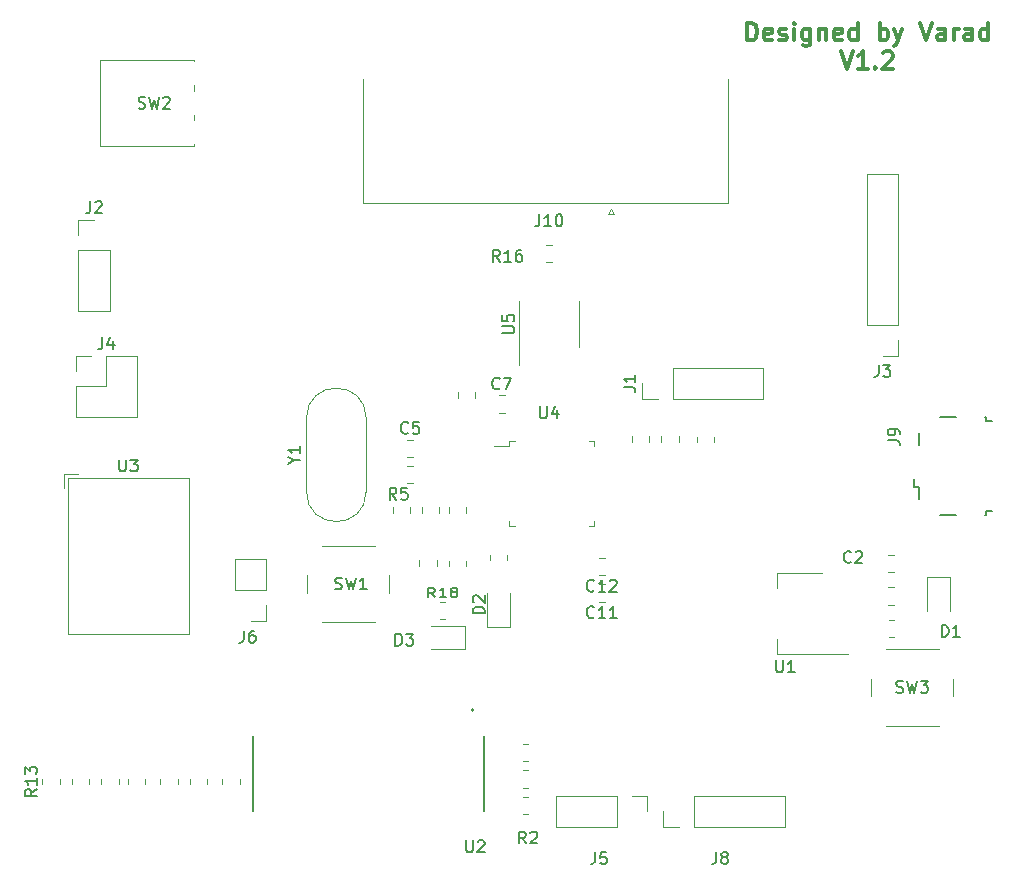
<source format=gbr>
%TF.GenerationSoftware,KiCad,Pcbnew,6.0.9-8da3e8f707~117~ubuntu18.04.1*%
%TF.CreationDate,2023-01-22T23:16:31+05:30*%
%TF.ProjectId,f103_V2,66313033-5f56-4322-9e6b-696361645f70,rev?*%
%TF.SameCoordinates,Original*%
%TF.FileFunction,Legend,Top*%
%TF.FilePolarity,Positive*%
%FSLAX46Y46*%
G04 Gerber Fmt 4.6, Leading zero omitted, Abs format (unit mm)*
G04 Created by KiCad (PCBNEW 6.0.9-8da3e8f707~117~ubuntu18.04.1) date 2023-01-22 23:16:31*
%MOMM*%
%LPD*%
G01*
G04 APERTURE LIST*
%ADD10C,0.300000*%
%ADD11C,0.150000*%
%ADD12C,0.120000*%
%ADD13C,0.127000*%
%ADD14C,0.200000*%
G04 APERTURE END LIST*
D10*
X165035714Y-55471071D02*
X165035714Y-53971071D01*
X165392857Y-53971071D01*
X165607142Y-54042500D01*
X165750000Y-54185357D01*
X165821428Y-54328214D01*
X165892857Y-54613928D01*
X165892857Y-54828214D01*
X165821428Y-55113928D01*
X165750000Y-55256785D01*
X165607142Y-55399642D01*
X165392857Y-55471071D01*
X165035714Y-55471071D01*
X167107142Y-55399642D02*
X166964285Y-55471071D01*
X166678571Y-55471071D01*
X166535714Y-55399642D01*
X166464285Y-55256785D01*
X166464285Y-54685357D01*
X166535714Y-54542500D01*
X166678571Y-54471071D01*
X166964285Y-54471071D01*
X167107142Y-54542500D01*
X167178571Y-54685357D01*
X167178571Y-54828214D01*
X166464285Y-54971071D01*
X167750000Y-55399642D02*
X167892857Y-55471071D01*
X168178571Y-55471071D01*
X168321428Y-55399642D01*
X168392857Y-55256785D01*
X168392857Y-55185357D01*
X168321428Y-55042500D01*
X168178571Y-54971071D01*
X167964285Y-54971071D01*
X167821428Y-54899642D01*
X167750000Y-54756785D01*
X167750000Y-54685357D01*
X167821428Y-54542500D01*
X167964285Y-54471071D01*
X168178571Y-54471071D01*
X168321428Y-54542500D01*
X169035714Y-55471071D02*
X169035714Y-54471071D01*
X169035714Y-53971071D02*
X168964285Y-54042500D01*
X169035714Y-54113928D01*
X169107142Y-54042500D01*
X169035714Y-53971071D01*
X169035714Y-54113928D01*
X170392857Y-54471071D02*
X170392857Y-55685357D01*
X170321428Y-55828214D01*
X170250000Y-55899642D01*
X170107142Y-55971071D01*
X169892857Y-55971071D01*
X169750000Y-55899642D01*
X170392857Y-55399642D02*
X170250000Y-55471071D01*
X169964285Y-55471071D01*
X169821428Y-55399642D01*
X169750000Y-55328214D01*
X169678571Y-55185357D01*
X169678571Y-54756785D01*
X169750000Y-54613928D01*
X169821428Y-54542500D01*
X169964285Y-54471071D01*
X170250000Y-54471071D01*
X170392857Y-54542500D01*
X171107142Y-54471071D02*
X171107142Y-55471071D01*
X171107142Y-54613928D02*
X171178571Y-54542500D01*
X171321428Y-54471071D01*
X171535714Y-54471071D01*
X171678571Y-54542500D01*
X171750000Y-54685357D01*
X171750000Y-55471071D01*
X173035714Y-55399642D02*
X172892857Y-55471071D01*
X172607142Y-55471071D01*
X172464285Y-55399642D01*
X172392857Y-55256785D01*
X172392857Y-54685357D01*
X172464285Y-54542500D01*
X172607142Y-54471071D01*
X172892857Y-54471071D01*
X173035714Y-54542500D01*
X173107142Y-54685357D01*
X173107142Y-54828214D01*
X172392857Y-54971071D01*
X174392857Y-55471071D02*
X174392857Y-53971071D01*
X174392857Y-55399642D02*
X174250000Y-55471071D01*
X173964285Y-55471071D01*
X173821428Y-55399642D01*
X173750000Y-55328214D01*
X173678571Y-55185357D01*
X173678571Y-54756785D01*
X173750000Y-54613928D01*
X173821428Y-54542500D01*
X173964285Y-54471071D01*
X174250000Y-54471071D01*
X174392857Y-54542500D01*
X176250000Y-55471071D02*
X176250000Y-53971071D01*
X176250000Y-54542500D02*
X176392857Y-54471071D01*
X176678571Y-54471071D01*
X176821428Y-54542500D01*
X176892857Y-54613928D01*
X176964285Y-54756785D01*
X176964285Y-55185357D01*
X176892857Y-55328214D01*
X176821428Y-55399642D01*
X176678571Y-55471071D01*
X176392857Y-55471071D01*
X176250000Y-55399642D01*
X177464285Y-54471071D02*
X177821428Y-55471071D01*
X178178571Y-54471071D02*
X177821428Y-55471071D01*
X177678571Y-55828214D01*
X177607142Y-55899642D01*
X177464285Y-55971071D01*
X179678571Y-53971071D02*
X180178571Y-55471071D01*
X180678571Y-53971071D01*
X181821428Y-55471071D02*
X181821428Y-54685357D01*
X181750000Y-54542500D01*
X181607142Y-54471071D01*
X181321428Y-54471071D01*
X181178571Y-54542500D01*
X181821428Y-55399642D02*
X181678571Y-55471071D01*
X181321428Y-55471071D01*
X181178571Y-55399642D01*
X181107142Y-55256785D01*
X181107142Y-55113928D01*
X181178571Y-54971071D01*
X181321428Y-54899642D01*
X181678571Y-54899642D01*
X181821428Y-54828214D01*
X182535714Y-55471071D02*
X182535714Y-54471071D01*
X182535714Y-54756785D02*
X182607142Y-54613928D01*
X182678571Y-54542500D01*
X182821428Y-54471071D01*
X182964285Y-54471071D01*
X184107142Y-55471071D02*
X184107142Y-54685357D01*
X184035714Y-54542500D01*
X183892857Y-54471071D01*
X183607142Y-54471071D01*
X183464285Y-54542500D01*
X184107142Y-55399642D02*
X183964285Y-55471071D01*
X183607142Y-55471071D01*
X183464285Y-55399642D01*
X183392857Y-55256785D01*
X183392857Y-55113928D01*
X183464285Y-54971071D01*
X183607142Y-54899642D01*
X183964285Y-54899642D01*
X184107142Y-54828214D01*
X185464285Y-55471071D02*
X185464285Y-53971071D01*
X185464285Y-55399642D02*
X185321428Y-55471071D01*
X185035714Y-55471071D01*
X184892857Y-55399642D01*
X184821428Y-55328214D01*
X184750000Y-55185357D01*
X184750000Y-54756785D01*
X184821428Y-54613928D01*
X184892857Y-54542500D01*
X185035714Y-54471071D01*
X185321428Y-54471071D01*
X185464285Y-54542500D01*
X172964285Y-56386071D02*
X173464285Y-57886071D01*
X173964285Y-56386071D01*
X175250000Y-57886071D02*
X174392857Y-57886071D01*
X174821428Y-57886071D02*
X174821428Y-56386071D01*
X174678571Y-56600357D01*
X174535714Y-56743214D01*
X174392857Y-56814642D01*
X175892857Y-57743214D02*
X175964285Y-57814642D01*
X175892857Y-57886071D01*
X175821428Y-57814642D01*
X175892857Y-57743214D01*
X175892857Y-57886071D01*
X176535714Y-56528928D02*
X176607142Y-56457500D01*
X176750000Y-56386071D01*
X177107142Y-56386071D01*
X177250000Y-56457500D01*
X177321428Y-56528928D01*
X177392857Y-56671785D01*
X177392857Y-56814642D01*
X177321428Y-57028928D01*
X176464285Y-57886071D01*
X177392857Y-57886071D01*
D11*
%TO.C,J5*%
X152166666Y-124202380D02*
X152166666Y-124916666D01*
X152119047Y-125059523D01*
X152023809Y-125154761D01*
X151880952Y-125202380D01*
X151785714Y-125202380D01*
X153119047Y-124202380D02*
X152642857Y-124202380D01*
X152595238Y-124678571D01*
X152642857Y-124630952D01*
X152738095Y-124583333D01*
X152976190Y-124583333D01*
X153071428Y-124630952D01*
X153119047Y-124678571D01*
X153166666Y-124773809D01*
X153166666Y-125011904D01*
X153119047Y-125107142D01*
X153071428Y-125154761D01*
X152976190Y-125202380D01*
X152738095Y-125202380D01*
X152642857Y-125154761D01*
X152595238Y-125107142D01*
%TO.C,U4*%
X147488095Y-86452380D02*
X147488095Y-87261904D01*
X147535714Y-87357142D01*
X147583333Y-87404761D01*
X147678571Y-87452380D01*
X147869047Y-87452380D01*
X147964285Y-87404761D01*
X148011904Y-87357142D01*
X148059523Y-87261904D01*
X148059523Y-86452380D01*
X148964285Y-86785714D02*
X148964285Y-87452380D01*
X148726190Y-86404761D02*
X148488095Y-87119047D01*
X149107142Y-87119047D01*
%TO.C,J10*%
X147440476Y-70202380D02*
X147440476Y-70916666D01*
X147392857Y-71059523D01*
X147297619Y-71154761D01*
X147154761Y-71202380D01*
X147059523Y-71202380D01*
X148440476Y-71202380D02*
X147869047Y-71202380D01*
X148154761Y-71202380D02*
X148154761Y-70202380D01*
X148059523Y-70345238D01*
X147964285Y-70440476D01*
X147869047Y-70488095D01*
X149059523Y-70202380D02*
X149154761Y-70202380D01*
X149250000Y-70250000D01*
X149297619Y-70297619D01*
X149345238Y-70392857D01*
X149392857Y-70583333D01*
X149392857Y-70821428D01*
X149345238Y-71011904D01*
X149297619Y-71107142D01*
X149250000Y-71154761D01*
X149154761Y-71202380D01*
X149059523Y-71202380D01*
X148964285Y-71154761D01*
X148916666Y-71107142D01*
X148869047Y-71011904D01*
X148821428Y-70821428D01*
X148821428Y-70583333D01*
X148869047Y-70392857D01*
X148916666Y-70297619D01*
X148964285Y-70250000D01*
X149059523Y-70202380D01*
%TO.C,C2*%
X173833333Y-99607142D02*
X173785714Y-99654761D01*
X173642857Y-99702380D01*
X173547619Y-99702380D01*
X173404761Y-99654761D01*
X173309523Y-99559523D01*
X173261904Y-99464285D01*
X173214285Y-99273809D01*
X173214285Y-99130952D01*
X173261904Y-98940476D01*
X173309523Y-98845238D01*
X173404761Y-98750000D01*
X173547619Y-98702380D01*
X173642857Y-98702380D01*
X173785714Y-98750000D01*
X173833333Y-98797619D01*
X174214285Y-98797619D02*
X174261904Y-98750000D01*
X174357142Y-98702380D01*
X174595238Y-98702380D01*
X174690476Y-98750000D01*
X174738095Y-98797619D01*
X174785714Y-98892857D01*
X174785714Y-98988095D01*
X174738095Y-99130952D01*
X174166666Y-99702380D01*
X174785714Y-99702380D01*
%TO.C,C7*%
X144083333Y-84927142D02*
X144035714Y-84974761D01*
X143892857Y-85022380D01*
X143797619Y-85022380D01*
X143654761Y-84974761D01*
X143559523Y-84879523D01*
X143511904Y-84784285D01*
X143464285Y-84593809D01*
X143464285Y-84450952D01*
X143511904Y-84260476D01*
X143559523Y-84165238D01*
X143654761Y-84070000D01*
X143797619Y-84022380D01*
X143892857Y-84022380D01*
X144035714Y-84070000D01*
X144083333Y-84117619D01*
X144416666Y-84022380D02*
X145083333Y-84022380D01*
X144654761Y-85022380D01*
%TO.C,SW3*%
X177666666Y-110654761D02*
X177809523Y-110702380D01*
X178047619Y-110702380D01*
X178142857Y-110654761D01*
X178190476Y-110607142D01*
X178238095Y-110511904D01*
X178238095Y-110416666D01*
X178190476Y-110321428D01*
X178142857Y-110273809D01*
X178047619Y-110226190D01*
X177857142Y-110178571D01*
X177761904Y-110130952D01*
X177714285Y-110083333D01*
X177666666Y-109988095D01*
X177666666Y-109892857D01*
X177714285Y-109797619D01*
X177761904Y-109750000D01*
X177857142Y-109702380D01*
X178095238Y-109702380D01*
X178238095Y-109750000D01*
X178571428Y-109702380D02*
X178809523Y-110702380D01*
X179000000Y-109988095D01*
X179190476Y-110702380D01*
X179428571Y-109702380D01*
X179714285Y-109702380D02*
X180333333Y-109702380D01*
X180000000Y-110083333D01*
X180142857Y-110083333D01*
X180238095Y-110130952D01*
X180285714Y-110178571D01*
X180333333Y-110273809D01*
X180333333Y-110511904D01*
X180285714Y-110607142D01*
X180238095Y-110654761D01*
X180142857Y-110702380D01*
X179857142Y-110702380D01*
X179761904Y-110654761D01*
X179714285Y-110607142D01*
%TO.C,Y1*%
X126701190Y-91036190D02*
X127177380Y-91036190D01*
X126177380Y-91369523D02*
X126701190Y-91036190D01*
X126177380Y-90702857D01*
X127177380Y-89845714D02*
X127177380Y-90417142D01*
X127177380Y-90131428D02*
X126177380Y-90131428D01*
X126320238Y-90226666D01*
X126415476Y-90321904D01*
X126463095Y-90417142D01*
%TO.C,J3*%
X176166666Y-82952380D02*
X176166666Y-83666666D01*
X176119047Y-83809523D01*
X176023809Y-83904761D01*
X175880952Y-83952380D01*
X175785714Y-83952380D01*
X176547619Y-82952380D02*
X177166666Y-82952380D01*
X176833333Y-83333333D01*
X176976190Y-83333333D01*
X177071428Y-83380952D01*
X177119047Y-83428571D01*
X177166666Y-83523809D01*
X177166666Y-83761904D01*
X177119047Y-83857142D01*
X177071428Y-83904761D01*
X176976190Y-83952380D01*
X176690476Y-83952380D01*
X176595238Y-83904761D01*
X176547619Y-83857142D01*
%TO.C,J6*%
X122416666Y-105452380D02*
X122416666Y-106166666D01*
X122369047Y-106309523D01*
X122273809Y-106404761D01*
X122130952Y-106452380D01*
X122035714Y-106452380D01*
X123321428Y-105452380D02*
X123130952Y-105452380D01*
X123035714Y-105500000D01*
X122988095Y-105547619D01*
X122892857Y-105690476D01*
X122845238Y-105880952D01*
X122845238Y-106261904D01*
X122892857Y-106357142D01*
X122940476Y-106404761D01*
X123035714Y-106452380D01*
X123226190Y-106452380D01*
X123321428Y-106404761D01*
X123369047Y-106357142D01*
X123416666Y-106261904D01*
X123416666Y-106023809D01*
X123369047Y-105928571D01*
X123321428Y-105880952D01*
X123226190Y-105833333D01*
X123035714Y-105833333D01*
X122940476Y-105880952D01*
X122892857Y-105928571D01*
X122845238Y-106023809D01*
%TO.C,D2*%
X142802380Y-103988095D02*
X141802380Y-103988095D01*
X141802380Y-103750000D01*
X141850000Y-103607142D01*
X141945238Y-103511904D01*
X142040476Y-103464285D01*
X142230952Y-103416666D01*
X142373809Y-103416666D01*
X142564285Y-103464285D01*
X142659523Y-103511904D01*
X142754761Y-103607142D01*
X142802380Y-103750000D01*
X142802380Y-103988095D01*
X141897619Y-103035714D02*
X141850000Y-102988095D01*
X141802380Y-102892857D01*
X141802380Y-102654761D01*
X141850000Y-102559523D01*
X141897619Y-102511904D01*
X141992857Y-102464285D01*
X142088095Y-102464285D01*
X142230952Y-102511904D01*
X142802380Y-103083333D01*
X142802380Y-102464285D01*
%TO.C,SW2*%
X113506666Y-61194761D02*
X113649523Y-61242380D01*
X113887619Y-61242380D01*
X113982857Y-61194761D01*
X114030476Y-61147142D01*
X114078095Y-61051904D01*
X114078095Y-60956666D01*
X114030476Y-60861428D01*
X113982857Y-60813809D01*
X113887619Y-60766190D01*
X113697142Y-60718571D01*
X113601904Y-60670952D01*
X113554285Y-60623333D01*
X113506666Y-60528095D01*
X113506666Y-60432857D01*
X113554285Y-60337619D01*
X113601904Y-60290000D01*
X113697142Y-60242380D01*
X113935238Y-60242380D01*
X114078095Y-60290000D01*
X114411428Y-60242380D02*
X114649523Y-61242380D01*
X114840000Y-60528095D01*
X115030476Y-61242380D01*
X115268571Y-60242380D01*
X115601904Y-60337619D02*
X115649523Y-60290000D01*
X115744761Y-60242380D01*
X115982857Y-60242380D01*
X116078095Y-60290000D01*
X116125714Y-60337619D01*
X116173333Y-60432857D01*
X116173333Y-60528095D01*
X116125714Y-60670952D01*
X115554285Y-61242380D01*
X116173333Y-61242380D01*
%TO.C,J9*%
X176952380Y-89333333D02*
X177666666Y-89333333D01*
X177809523Y-89380952D01*
X177904761Y-89476190D01*
X177952380Y-89619047D01*
X177952380Y-89714285D01*
X177952380Y-88809523D02*
X177952380Y-88619047D01*
X177904761Y-88523809D01*
X177857142Y-88476190D01*
X177714285Y-88380952D01*
X177523809Y-88333333D01*
X177142857Y-88333333D01*
X177047619Y-88380952D01*
X177000000Y-88428571D01*
X176952380Y-88523809D01*
X176952380Y-88714285D01*
X177000000Y-88809523D01*
X177047619Y-88857142D01*
X177142857Y-88904761D01*
X177380952Y-88904761D01*
X177476190Y-88857142D01*
X177523809Y-88809523D01*
X177571428Y-88714285D01*
X177571428Y-88523809D01*
X177523809Y-88428571D01*
X177476190Y-88380952D01*
X177380952Y-88333333D01*
%TO.C,R13*%
X104902380Y-118862857D02*
X104426190Y-119196190D01*
X104902380Y-119434285D02*
X103902380Y-119434285D01*
X103902380Y-119053333D01*
X103950000Y-118958095D01*
X103997619Y-118910476D01*
X104092857Y-118862857D01*
X104235714Y-118862857D01*
X104330952Y-118910476D01*
X104378571Y-118958095D01*
X104426190Y-119053333D01*
X104426190Y-119434285D01*
X104902380Y-117910476D02*
X104902380Y-118481904D01*
X104902380Y-118196190D02*
X103902380Y-118196190D01*
X104045238Y-118291428D01*
X104140476Y-118386666D01*
X104188095Y-118481904D01*
X103902380Y-117577142D02*
X103902380Y-116958095D01*
X104283333Y-117291428D01*
X104283333Y-117148571D01*
X104330952Y-117053333D01*
X104378571Y-117005714D01*
X104473809Y-116958095D01*
X104711904Y-116958095D01*
X104807142Y-117005714D01*
X104854761Y-117053333D01*
X104902380Y-117148571D01*
X104902380Y-117434285D01*
X104854761Y-117529523D01*
X104807142Y-117577142D01*
%TO.C,C11*%
X152069642Y-104287142D02*
X152022023Y-104334761D01*
X151879166Y-104382380D01*
X151783928Y-104382380D01*
X151641071Y-104334761D01*
X151545833Y-104239523D01*
X151498214Y-104144285D01*
X151450595Y-103953809D01*
X151450595Y-103810952D01*
X151498214Y-103620476D01*
X151545833Y-103525238D01*
X151641071Y-103430000D01*
X151783928Y-103382380D01*
X151879166Y-103382380D01*
X152022023Y-103430000D01*
X152069642Y-103477619D01*
X153022023Y-104382380D02*
X152450595Y-104382380D01*
X152736309Y-104382380D02*
X152736309Y-103382380D01*
X152641071Y-103525238D01*
X152545833Y-103620476D01*
X152450595Y-103668095D01*
X153974404Y-104382380D02*
X153402976Y-104382380D01*
X153688690Y-104382380D02*
X153688690Y-103382380D01*
X153593452Y-103525238D01*
X153498214Y-103620476D01*
X153402976Y-103668095D01*
%TO.C,U5*%
X144302380Y-80261904D02*
X145111904Y-80261904D01*
X145207142Y-80214285D01*
X145254761Y-80166666D01*
X145302380Y-80071428D01*
X145302380Y-79880952D01*
X145254761Y-79785714D01*
X145207142Y-79738095D01*
X145111904Y-79690476D01*
X144302380Y-79690476D01*
X144302380Y-78738095D02*
X144302380Y-79214285D01*
X144778571Y-79261904D01*
X144730952Y-79214285D01*
X144683333Y-79119047D01*
X144683333Y-78880952D01*
X144730952Y-78785714D01*
X144778571Y-78738095D01*
X144873809Y-78690476D01*
X145111904Y-78690476D01*
X145207142Y-78738095D01*
X145254761Y-78785714D01*
X145302380Y-78880952D01*
X145302380Y-79119047D01*
X145254761Y-79214285D01*
X145207142Y-79261904D01*
%TO.C,J1*%
X154572380Y-84833333D02*
X155286666Y-84833333D01*
X155429523Y-84880952D01*
X155524761Y-84976190D01*
X155572380Y-85119047D01*
X155572380Y-85214285D01*
X155572380Y-83833333D02*
X155572380Y-84404761D01*
X155572380Y-84119047D02*
X154572380Y-84119047D01*
X154715238Y-84214285D01*
X154810476Y-84309523D01*
X154858095Y-84404761D01*
%TO.C,J2*%
X109416666Y-69097380D02*
X109416666Y-69811666D01*
X109369047Y-69954523D01*
X109273809Y-70049761D01*
X109130952Y-70097380D01*
X109035714Y-70097380D01*
X109845238Y-69192619D02*
X109892857Y-69145000D01*
X109988095Y-69097380D01*
X110226190Y-69097380D01*
X110321428Y-69145000D01*
X110369047Y-69192619D01*
X110416666Y-69287857D01*
X110416666Y-69383095D01*
X110369047Y-69525952D01*
X109797619Y-70097380D01*
X110416666Y-70097380D01*
%TO.C,C12*%
X152069642Y-102037142D02*
X152022023Y-102084761D01*
X151879166Y-102132380D01*
X151783928Y-102132380D01*
X151641071Y-102084761D01*
X151545833Y-101989523D01*
X151498214Y-101894285D01*
X151450595Y-101703809D01*
X151450595Y-101560952D01*
X151498214Y-101370476D01*
X151545833Y-101275238D01*
X151641071Y-101180000D01*
X151783928Y-101132380D01*
X151879166Y-101132380D01*
X152022023Y-101180000D01*
X152069642Y-101227619D01*
X153022023Y-102132380D02*
X152450595Y-102132380D01*
X152736309Y-102132380D02*
X152736309Y-101132380D01*
X152641071Y-101275238D01*
X152545833Y-101370476D01*
X152450595Y-101418095D01*
X153402976Y-101227619D02*
X153450595Y-101180000D01*
X153545833Y-101132380D01*
X153783928Y-101132380D01*
X153879166Y-101180000D01*
X153926785Y-101227619D01*
X153974404Y-101322857D01*
X153974404Y-101418095D01*
X153926785Y-101560952D01*
X153355357Y-102132380D01*
X153974404Y-102132380D01*
%TO.C,R18*%
X138607142Y-102611904D02*
X138273809Y-102230952D01*
X138035714Y-102611904D02*
X138035714Y-101811904D01*
X138416666Y-101811904D01*
X138511904Y-101850000D01*
X138559523Y-101888095D01*
X138607142Y-101964285D01*
X138607142Y-102078571D01*
X138559523Y-102154761D01*
X138511904Y-102192857D01*
X138416666Y-102230952D01*
X138035714Y-102230952D01*
X139559523Y-102611904D02*
X138988095Y-102611904D01*
X139273809Y-102611904D02*
X139273809Y-101811904D01*
X139178571Y-101926190D01*
X139083333Y-102002380D01*
X138988095Y-102040476D01*
X140130952Y-102154761D02*
X140035714Y-102116666D01*
X139988095Y-102078571D01*
X139940476Y-102002380D01*
X139940476Y-101964285D01*
X139988095Y-101888095D01*
X140035714Y-101850000D01*
X140130952Y-101811904D01*
X140321428Y-101811904D01*
X140416666Y-101850000D01*
X140464285Y-101888095D01*
X140511904Y-101964285D01*
X140511904Y-102002380D01*
X140464285Y-102078571D01*
X140416666Y-102116666D01*
X140321428Y-102154761D01*
X140130952Y-102154761D01*
X140035714Y-102192857D01*
X139988095Y-102230952D01*
X139940476Y-102307142D01*
X139940476Y-102459523D01*
X139988095Y-102535714D01*
X140035714Y-102573809D01*
X140130952Y-102611904D01*
X140321428Y-102611904D01*
X140416666Y-102573809D01*
X140464285Y-102535714D01*
X140511904Y-102459523D01*
X140511904Y-102307142D01*
X140464285Y-102230952D01*
X140416666Y-102192857D01*
X140321428Y-102154761D01*
%TO.C,J8*%
X162416666Y-124202380D02*
X162416666Y-124916666D01*
X162369047Y-125059523D01*
X162273809Y-125154761D01*
X162130952Y-125202380D01*
X162035714Y-125202380D01*
X163035714Y-124630952D02*
X162940476Y-124583333D01*
X162892857Y-124535714D01*
X162845238Y-124440476D01*
X162845238Y-124392857D01*
X162892857Y-124297619D01*
X162940476Y-124250000D01*
X163035714Y-124202380D01*
X163226190Y-124202380D01*
X163321428Y-124250000D01*
X163369047Y-124297619D01*
X163416666Y-124392857D01*
X163416666Y-124440476D01*
X163369047Y-124535714D01*
X163321428Y-124583333D01*
X163226190Y-124630952D01*
X163035714Y-124630952D01*
X162940476Y-124678571D01*
X162892857Y-124726190D01*
X162845238Y-124821428D01*
X162845238Y-125011904D01*
X162892857Y-125107142D01*
X162940476Y-125154761D01*
X163035714Y-125202380D01*
X163226190Y-125202380D01*
X163321428Y-125154761D01*
X163369047Y-125107142D01*
X163416666Y-125011904D01*
X163416666Y-124821428D01*
X163369047Y-124726190D01*
X163321428Y-124678571D01*
X163226190Y-124630952D01*
%TO.C,R2*%
X146310397Y-123452380D02*
X145977064Y-122976190D01*
X145738968Y-123452380D02*
X145738968Y-122452380D01*
X146119921Y-122452380D01*
X146215159Y-122500000D01*
X146262778Y-122547619D01*
X146310397Y-122642857D01*
X146310397Y-122785714D01*
X146262778Y-122880952D01*
X146215159Y-122928571D01*
X146119921Y-122976190D01*
X145738968Y-122976190D01*
X146691349Y-122547619D02*
X146738968Y-122500000D01*
X146834206Y-122452380D01*
X147072302Y-122452380D01*
X147167540Y-122500000D01*
X147215159Y-122547619D01*
X147262778Y-122642857D01*
X147262778Y-122738095D01*
X147215159Y-122880952D01*
X146643730Y-123452380D01*
X147262778Y-123452380D01*
%TO.C,SW1*%
X130166666Y-101904761D02*
X130309523Y-101952380D01*
X130547619Y-101952380D01*
X130642857Y-101904761D01*
X130690476Y-101857142D01*
X130738095Y-101761904D01*
X130738095Y-101666666D01*
X130690476Y-101571428D01*
X130642857Y-101523809D01*
X130547619Y-101476190D01*
X130357142Y-101428571D01*
X130261904Y-101380952D01*
X130214285Y-101333333D01*
X130166666Y-101238095D01*
X130166666Y-101142857D01*
X130214285Y-101047619D01*
X130261904Y-101000000D01*
X130357142Y-100952380D01*
X130595238Y-100952380D01*
X130738095Y-101000000D01*
X131071428Y-100952380D02*
X131309523Y-101952380D01*
X131500000Y-101238095D01*
X131690476Y-101952380D01*
X131928571Y-100952380D01*
X132833333Y-101952380D02*
X132261904Y-101952380D01*
X132547619Y-101952380D02*
X132547619Y-100952380D01*
X132452380Y-101095238D01*
X132357142Y-101190476D01*
X132261904Y-101238095D01*
%TO.C,C5*%
X136333333Y-88677142D02*
X136285714Y-88724761D01*
X136142857Y-88772380D01*
X136047619Y-88772380D01*
X135904761Y-88724761D01*
X135809523Y-88629523D01*
X135761904Y-88534285D01*
X135714285Y-88343809D01*
X135714285Y-88200952D01*
X135761904Y-88010476D01*
X135809523Y-87915238D01*
X135904761Y-87820000D01*
X136047619Y-87772380D01*
X136142857Y-87772380D01*
X136285714Y-87820000D01*
X136333333Y-87867619D01*
X137238095Y-87772380D02*
X136761904Y-87772380D01*
X136714285Y-88248571D01*
X136761904Y-88200952D01*
X136857142Y-88153333D01*
X137095238Y-88153333D01*
X137190476Y-88200952D01*
X137238095Y-88248571D01*
X137285714Y-88343809D01*
X137285714Y-88581904D01*
X137238095Y-88677142D01*
X137190476Y-88724761D01*
X137095238Y-88772380D01*
X136857142Y-88772380D01*
X136761904Y-88724761D01*
X136714285Y-88677142D01*
%TO.C,U1*%
X167488095Y-107952380D02*
X167488095Y-108761904D01*
X167535714Y-108857142D01*
X167583333Y-108904761D01*
X167678571Y-108952380D01*
X167869047Y-108952380D01*
X167964285Y-108904761D01*
X168011904Y-108857142D01*
X168059523Y-108761904D01*
X168059523Y-107952380D01*
X169059523Y-108952380D02*
X168488095Y-108952380D01*
X168773809Y-108952380D02*
X168773809Y-107952380D01*
X168678571Y-108095238D01*
X168583333Y-108190476D01*
X168488095Y-108238095D01*
%TO.C,R16*%
X144107142Y-74202380D02*
X143773809Y-73726190D01*
X143535714Y-74202380D02*
X143535714Y-73202380D01*
X143916666Y-73202380D01*
X144011904Y-73250000D01*
X144059523Y-73297619D01*
X144107142Y-73392857D01*
X144107142Y-73535714D01*
X144059523Y-73630952D01*
X144011904Y-73678571D01*
X143916666Y-73726190D01*
X143535714Y-73726190D01*
X145059523Y-74202380D02*
X144488095Y-74202380D01*
X144773809Y-74202380D02*
X144773809Y-73202380D01*
X144678571Y-73345238D01*
X144583333Y-73440476D01*
X144488095Y-73488095D01*
X145916666Y-73202380D02*
X145726190Y-73202380D01*
X145630952Y-73250000D01*
X145583333Y-73297619D01*
X145488095Y-73440476D01*
X145440476Y-73630952D01*
X145440476Y-74011904D01*
X145488095Y-74107142D01*
X145535714Y-74154761D01*
X145630952Y-74202380D01*
X145821428Y-74202380D01*
X145916666Y-74154761D01*
X145964285Y-74107142D01*
X146011904Y-74011904D01*
X146011904Y-73773809D01*
X145964285Y-73678571D01*
X145916666Y-73630952D01*
X145821428Y-73583333D01*
X145630952Y-73583333D01*
X145535714Y-73630952D01*
X145488095Y-73678571D01*
X145440476Y-73773809D01*
%TO.C,D3*%
X135261904Y-106702380D02*
X135261904Y-105702380D01*
X135500000Y-105702380D01*
X135642857Y-105750000D01*
X135738095Y-105845238D01*
X135785714Y-105940476D01*
X135833333Y-106130952D01*
X135833333Y-106273809D01*
X135785714Y-106464285D01*
X135738095Y-106559523D01*
X135642857Y-106654761D01*
X135500000Y-106702380D01*
X135261904Y-106702380D01*
X136166666Y-105702380D02*
X136785714Y-105702380D01*
X136452380Y-106083333D01*
X136595238Y-106083333D01*
X136690476Y-106130952D01*
X136738095Y-106178571D01*
X136785714Y-106273809D01*
X136785714Y-106511904D01*
X136738095Y-106607142D01*
X136690476Y-106654761D01*
X136595238Y-106702380D01*
X136309523Y-106702380D01*
X136214285Y-106654761D01*
X136166666Y-106607142D01*
%TO.C,R5*%
X135333333Y-94352380D02*
X135000000Y-93876190D01*
X134761904Y-94352380D02*
X134761904Y-93352380D01*
X135142857Y-93352380D01*
X135238095Y-93400000D01*
X135285714Y-93447619D01*
X135333333Y-93542857D01*
X135333333Y-93685714D01*
X135285714Y-93780952D01*
X135238095Y-93828571D01*
X135142857Y-93876190D01*
X134761904Y-93876190D01*
X136238095Y-93352380D02*
X135761904Y-93352380D01*
X135714285Y-93828571D01*
X135761904Y-93780952D01*
X135857142Y-93733333D01*
X136095238Y-93733333D01*
X136190476Y-93780952D01*
X136238095Y-93828571D01*
X136285714Y-93923809D01*
X136285714Y-94161904D01*
X136238095Y-94257142D01*
X136190476Y-94304761D01*
X136095238Y-94352380D01*
X135857142Y-94352380D01*
X135761904Y-94304761D01*
X135714285Y-94257142D01*
%TO.C,U3*%
X111865595Y-90959880D02*
X111865595Y-91769404D01*
X111913214Y-91864642D01*
X111960833Y-91912261D01*
X112056071Y-91959880D01*
X112246547Y-91959880D01*
X112341785Y-91912261D01*
X112389404Y-91864642D01*
X112437023Y-91769404D01*
X112437023Y-90959880D01*
X112817976Y-90959880D02*
X113437023Y-90959880D01*
X113103690Y-91340833D01*
X113246547Y-91340833D01*
X113341785Y-91388452D01*
X113389404Y-91436071D01*
X113437023Y-91531309D01*
X113437023Y-91769404D01*
X113389404Y-91864642D01*
X113341785Y-91912261D01*
X113246547Y-91959880D01*
X112960833Y-91959880D01*
X112865595Y-91912261D01*
X112817976Y-91864642D01*
%TO.C,D1*%
X181511904Y-105952380D02*
X181511904Y-104952380D01*
X181750000Y-104952380D01*
X181892857Y-105000000D01*
X181988095Y-105095238D01*
X182035714Y-105190476D01*
X182083333Y-105380952D01*
X182083333Y-105523809D01*
X182035714Y-105714285D01*
X181988095Y-105809523D01*
X181892857Y-105904761D01*
X181750000Y-105952380D01*
X181511904Y-105952380D01*
X183035714Y-105952380D02*
X182464285Y-105952380D01*
X182750000Y-105952380D02*
X182750000Y-104952380D01*
X182654761Y-105095238D01*
X182559523Y-105190476D01*
X182464285Y-105238095D01*
%TO.C,J4*%
X110436666Y-80622380D02*
X110436666Y-81336666D01*
X110389047Y-81479523D01*
X110293809Y-81574761D01*
X110150952Y-81622380D01*
X110055714Y-81622380D01*
X111341428Y-80955714D02*
X111341428Y-81622380D01*
X111103333Y-80574761D02*
X110865238Y-81289047D01*
X111484285Y-81289047D01*
%TO.C,U2*%
X141238095Y-123202380D02*
X141238095Y-124011904D01*
X141285714Y-124107142D01*
X141333333Y-124154761D01*
X141428571Y-124202380D01*
X141619047Y-124202380D01*
X141714285Y-124154761D01*
X141761904Y-124107142D01*
X141809523Y-124011904D01*
X141809523Y-123202380D01*
X142238095Y-123297619D02*
X142285714Y-123250000D01*
X142380952Y-123202380D01*
X142619047Y-123202380D01*
X142714285Y-123250000D01*
X142761904Y-123297619D01*
X142809523Y-123392857D01*
X142809523Y-123488095D01*
X142761904Y-123630952D01*
X142190476Y-124202380D01*
X142809523Y-124202380D01*
D12*
%TO.C,J5*%
X148840000Y-119420000D02*
X148840000Y-122080000D01*
X153980000Y-119420000D02*
X148840000Y-119420000D01*
X155250000Y-119420000D02*
X156580000Y-119420000D01*
X153980000Y-122080000D02*
X148840000Y-122080000D01*
X156580000Y-119420000D02*
X156580000Y-120750000D01*
X153980000Y-119420000D02*
X153980000Y-122080000D01*
%TO.C,U4*%
X151660000Y-96610000D02*
X152110000Y-96610000D01*
X152110000Y-96610000D02*
X152110000Y-96160000D01*
X144890000Y-89840000D02*
X143600000Y-89840000D01*
X144890000Y-96610000D02*
X144890000Y-96160000D01*
X145340000Y-89390000D02*
X144890000Y-89390000D01*
X144890000Y-89390000D02*
X144890000Y-89840000D01*
X145340000Y-96610000D02*
X144890000Y-96610000D01*
X151660000Y-89390000D02*
X152110000Y-89390000D01*
X152110000Y-89390000D02*
X152110000Y-89840000D01*
%TO.C,R3*%
X146477064Y-119515000D02*
X146022936Y-119515000D01*
X146477064Y-120985000D02*
X146022936Y-120985000D01*
%TO.C,J10*%
X153500000Y-69721325D02*
X153750000Y-70154338D01*
X132475000Y-69260000D02*
X132475000Y-58780000D01*
X163445000Y-58780000D02*
X163445000Y-69260000D01*
X153250000Y-70154338D02*
X153500000Y-69721325D01*
X153750000Y-70154338D02*
X153250000Y-70154338D01*
X163445000Y-69260000D02*
X132475000Y-69260000D01*
%TO.C,C2*%
X176988748Y-99015000D02*
X177511252Y-99015000D01*
X176988748Y-100485000D02*
X177511252Y-100485000D01*
%TO.C,R17*%
X143265000Y-99477064D02*
X143265000Y-99022936D01*
X144735000Y-99477064D02*
X144735000Y-99022936D01*
%TO.C,R1*%
X146477064Y-116485000D02*
X146022936Y-116485000D01*
X146477064Y-115015000D02*
X146022936Y-115015000D01*
%TO.C,C7*%
X143988748Y-86985000D02*
X144511252Y-86985000D01*
X143988748Y-85515000D02*
X144511252Y-85515000D01*
%TO.C,SW3*%
X181250000Y-107000000D02*
X176750000Y-107000000D01*
X175500000Y-109500000D02*
X175500000Y-111000000D01*
X176750000Y-113500000D02*
X181250000Y-113500000D01*
X182500000Y-111000000D02*
X182500000Y-109500000D01*
%TO.C,Y1*%
X132775000Y-93685000D02*
X132775000Y-87435000D01*
X127725000Y-93685000D02*
X127725000Y-87435000D01*
X127725000Y-93685000D02*
G75*
G03*
X132775000Y-93685000I2525000J0D01*
G01*
X132775000Y-87435000D02*
G75*
G03*
X127725000Y-87435000I-2525000J0D01*
G01*
%TO.C,J3*%
X175170000Y-79580000D02*
X175170000Y-66820000D01*
X177830000Y-80850000D02*
X177830000Y-82180000D01*
X177830000Y-82180000D02*
X176500000Y-82180000D01*
X177830000Y-79580000D02*
X175170000Y-79580000D01*
X177830000Y-66820000D02*
X175170000Y-66820000D01*
X177830000Y-79580000D02*
X177830000Y-66820000D01*
%TO.C,J6*%
X124330000Y-103275000D02*
X124330000Y-104605000D01*
X124330000Y-104605000D02*
X123000000Y-104605000D01*
X124330000Y-99405000D02*
X121670000Y-99405000D01*
X121670000Y-102005000D02*
X121670000Y-99405000D01*
X124330000Y-102005000D02*
X124330000Y-99405000D01*
X124330000Y-102005000D02*
X121670000Y-102005000D01*
%TO.C,D2*%
X143040000Y-105110000D02*
X144960000Y-105110000D01*
X144960000Y-105110000D02*
X144960000Y-102250000D01*
X143040000Y-102250000D02*
X143040000Y-105110000D01*
%TO.C,SW2*%
X118210000Y-59250000D02*
X118210000Y-59750000D01*
X118210000Y-61750000D02*
X118210000Y-62250000D01*
X110260000Y-57100000D02*
X110260000Y-64400000D01*
X118210000Y-57100000D02*
X110260000Y-57100000D01*
X118210000Y-57100000D02*
X118210000Y-57250000D01*
X110260000Y-64400000D02*
X118210000Y-64400000D01*
X118210000Y-64400000D02*
X118210000Y-64250000D01*
D11*
%TO.C,J9*%
X182745000Y-87355000D02*
X181345000Y-87355000D01*
X179595000Y-89705000D02*
X179595000Y-88705000D01*
X179170000Y-92580000D02*
X179170000Y-93305000D01*
X185745000Y-87655000D02*
X185295000Y-87655000D01*
X185295000Y-95655000D02*
X185295000Y-95355000D01*
X179170000Y-93305000D02*
X179595000Y-93305000D01*
X185295000Y-87355000D02*
X185145000Y-87355000D01*
X185295000Y-95355000D02*
X185745000Y-95355000D01*
X181345000Y-95655000D02*
X182745000Y-95655000D01*
X185145000Y-95655000D02*
X185295000Y-95655000D01*
X185295000Y-87655000D02*
X185295000Y-87355000D01*
X179595000Y-93305000D02*
X179595000Y-94305000D01*
D12*
%TO.C,R13*%
X105365000Y-118447064D02*
X105365000Y-117992936D01*
X106835000Y-118447064D02*
X106835000Y-117992936D01*
%TO.C,C11*%
X152973752Y-102985000D02*
X152451248Y-102985000D01*
X152973752Y-101515000D02*
X152451248Y-101515000D01*
%TO.C,R7*%
X140515000Y-85272936D02*
X140515000Y-85727064D01*
X141985000Y-85272936D02*
X141985000Y-85727064D01*
%TO.C,R8*%
X111835000Y-118447064D02*
X111835000Y-117992936D01*
X110365000Y-118447064D02*
X110365000Y-117992936D01*
%TO.C,R15*%
X162235000Y-89477064D02*
X162235000Y-89022936D01*
X160765000Y-89477064D02*
X160765000Y-89022936D01*
%TO.C,U5*%
X150810000Y-79500000D02*
X150810000Y-81450000D01*
X150810000Y-79500000D02*
X150810000Y-77550000D01*
X145690000Y-79500000D02*
X145690000Y-77550000D01*
X145690000Y-79500000D02*
X145690000Y-82950000D01*
%TO.C,J1*%
X158720000Y-83170000D02*
X166400000Y-83170000D01*
X158720000Y-85830000D02*
X158720000Y-83170000D01*
X156120000Y-85830000D02*
X156120000Y-84500000D01*
X157450000Y-85830000D02*
X156120000Y-85830000D01*
X158720000Y-85830000D02*
X166400000Y-85830000D01*
X166400000Y-85830000D02*
X166400000Y-83170000D01*
%TO.C,J2*%
X108420000Y-73245000D02*
X108420000Y-78385000D01*
X108420000Y-71975000D02*
X108420000Y-70645000D01*
X108420000Y-73245000D02*
X111080000Y-73245000D01*
X108420000Y-78385000D02*
X111080000Y-78385000D01*
X108420000Y-70645000D02*
X109750000Y-70645000D01*
X111080000Y-73245000D02*
X111080000Y-78385000D01*
%TO.C,C12*%
X152973752Y-99265000D02*
X152451248Y-99265000D01*
X152973752Y-100735000D02*
X152451248Y-100735000D01*
%TO.C,R11*%
X117865000Y-118447064D02*
X117865000Y-117992936D01*
X119335000Y-118447064D02*
X119335000Y-117992936D01*
%TO.C,R18*%
X139022936Y-104485000D02*
X139477064Y-104485000D01*
X139022936Y-103015000D02*
X139477064Y-103015000D01*
%TO.C,R12*%
X122085000Y-118447064D02*
X122085000Y-117992936D01*
X120615000Y-118447064D02*
X120615000Y-117992936D01*
%TO.C,J8*%
X157920000Y-122080000D02*
X157920000Y-120750000D01*
X160520000Y-119420000D02*
X168200000Y-119420000D01*
X168200000Y-122080000D02*
X168200000Y-119420000D01*
X160520000Y-122080000D02*
X168200000Y-122080000D01*
X160520000Y-122080000D02*
X160520000Y-119420000D01*
X159250000Y-122080000D02*
X157920000Y-122080000D01*
%TO.C,R2*%
X146477064Y-117265000D02*
X146022936Y-117265000D01*
X146477064Y-118735000D02*
X146022936Y-118735000D01*
%TO.C,SW1*%
X129000000Y-104750000D02*
X133500000Y-104750000D01*
X133500000Y-98250000D02*
X129000000Y-98250000D01*
X127750000Y-100750000D02*
X127750000Y-102250000D01*
X134750000Y-102250000D02*
X134750000Y-100750000D01*
%TO.C,C5*%
X136238748Y-89265000D02*
X136761252Y-89265000D01*
X136238748Y-90735000D02*
X136761252Y-90735000D01*
%TO.C,C6*%
X155265000Y-88951248D02*
X155265000Y-89473752D01*
X156735000Y-88951248D02*
X156735000Y-89473752D01*
%TO.C,U1*%
X171350000Y-100590000D02*
X167590000Y-100590000D01*
X167590000Y-100590000D02*
X167590000Y-101850000D01*
X167590000Y-107410000D02*
X167590000Y-106150000D01*
X173600000Y-107410000D02*
X167590000Y-107410000D01*
%TO.C,C1*%
X138735000Y-100011252D02*
X138735000Y-99488748D01*
X137265000Y-100011252D02*
X137265000Y-99488748D01*
%TO.C,C9*%
X139765000Y-95511252D02*
X139765000Y-94988748D01*
X141235000Y-95511252D02*
X141235000Y-94988748D01*
%TO.C,R4*%
X139765000Y-99522936D02*
X139765000Y-99977064D01*
X141235000Y-99522936D02*
X141235000Y-99977064D01*
%TO.C,C4*%
X176988748Y-101765000D02*
X177511252Y-101765000D01*
X176988748Y-103235000D02*
X177511252Y-103235000D01*
%TO.C,R16*%
X148477064Y-74235000D02*
X148022936Y-74235000D01*
X148477064Y-72765000D02*
X148022936Y-72765000D01*
%TO.C,D3*%
X141110000Y-105040000D02*
X138250000Y-105040000D01*
X141110000Y-106960000D02*
X141110000Y-105040000D01*
X138250000Y-106960000D02*
X141110000Y-106960000D01*
%TO.C,R9*%
X114085000Y-118447064D02*
X114085000Y-117992936D01*
X112615000Y-118447064D02*
X112615000Y-117992936D01*
%TO.C,C3*%
X135015000Y-94951248D02*
X135015000Y-95473752D01*
X136485000Y-94951248D02*
X136485000Y-95473752D01*
%TO.C,R14*%
X109335000Y-118447064D02*
X109335000Y-117992936D01*
X107865000Y-118447064D02*
X107865000Y-117992936D01*
%TO.C,C8*%
X138985000Y-95511252D02*
X138985000Y-94988748D01*
X137515000Y-95511252D02*
X137515000Y-94988748D01*
%TO.C,R5*%
X136727064Y-91515000D02*
X136272936Y-91515000D01*
X136727064Y-92985000D02*
X136272936Y-92985000D01*
%TO.C,U3*%
X107517500Y-92517500D02*
X107517500Y-105737500D01*
X117737500Y-92517500D02*
X107517500Y-92517500D01*
X117737500Y-105737500D02*
X117737500Y-92517500D01*
X107157500Y-92157500D02*
X108357500Y-92157500D01*
X107157500Y-93357500D02*
X107157500Y-92157500D01*
X107517500Y-105737500D02*
X117737500Y-105737500D01*
%TO.C,D1*%
X182210000Y-100890000D02*
X180290000Y-100890000D01*
X180290000Y-100890000D02*
X180290000Y-103750000D01*
X182210000Y-103750000D02*
X182210000Y-100890000D01*
%TO.C,R6*%
X177477064Y-104515000D02*
X177022936Y-104515000D01*
X177477064Y-105985000D02*
X177022936Y-105985000D01*
%TO.C,R10*%
X116835000Y-118447064D02*
X116835000Y-117992936D01*
X115365000Y-118447064D02*
X115365000Y-117992936D01*
%TO.C,J4*%
X110770000Y-84770000D02*
X110770000Y-82170000D01*
X108170000Y-87370000D02*
X113370000Y-87370000D01*
X108170000Y-83500000D02*
X108170000Y-82170000D01*
X108170000Y-82170000D02*
X109500000Y-82170000D01*
X108170000Y-84770000D02*
X110770000Y-84770000D01*
X108170000Y-84770000D02*
X108170000Y-87370000D01*
X113370000Y-82170000D02*
X113370000Y-87370000D01*
X110770000Y-82170000D02*
X113370000Y-82170000D01*
D13*
%TO.C,U2*%
X142780000Y-114325000D02*
X142780000Y-120675000D01*
X123220000Y-114325000D02*
X123220000Y-120675000D01*
D14*
X141890000Y-112165000D02*
G75*
G03*
X141890000Y-112165000I-100000J0D01*
G01*
D12*
%TO.C,C10*%
X159235000Y-88951248D02*
X159235000Y-89473752D01*
X157765000Y-88951248D02*
X157765000Y-89473752D01*
%TD*%
M02*

</source>
